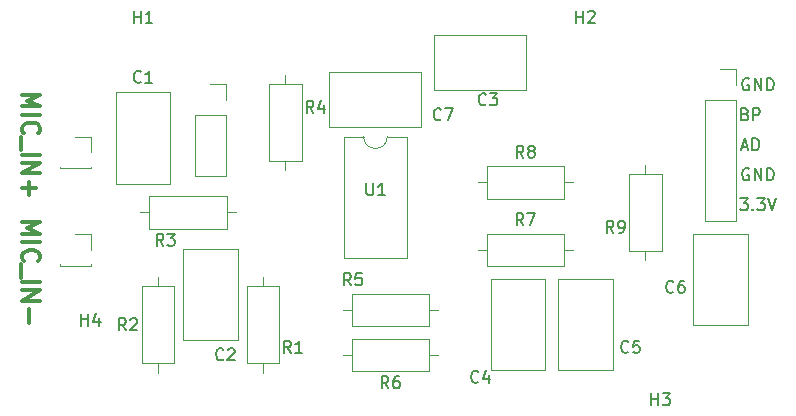
<source format=gbr>
%TF.GenerationSoftware,KiCad,Pcbnew,(5.1.6)-1*%
%TF.CreationDate,2020-11-02T08:51:04-08:00*%
%TF.ProjectId,Input_Signal_Conditioner,496e7075-745f-4536-9967-6e616c5f436f,A*%
%TF.SameCoordinates,Original*%
%TF.FileFunction,Legend,Top*%
%TF.FilePolarity,Positive*%
%FSLAX46Y46*%
G04 Gerber Fmt 4.6, Leading zero omitted, Abs format (unit mm)*
G04 Created by KiCad (PCBNEW (5.1.6)-1) date 2020-11-02 08:51:04*
%MOMM*%
%LPD*%
G01*
G04 APERTURE LIST*
%ADD10C,0.150000*%
%ADD11C,0.300000*%
%ADD12C,0.120000*%
G04 APERTURE END LIST*
D10*
X169441904Y-73191666D02*
X169918095Y-73191666D01*
X169346666Y-73477380D02*
X169680000Y-72477380D01*
X170013333Y-73477380D01*
X170346666Y-73477380D02*
X170346666Y-72477380D01*
X170584761Y-72477380D01*
X170727619Y-72525000D01*
X170822857Y-72620238D01*
X170870476Y-72715476D01*
X170918095Y-72905952D01*
X170918095Y-73048809D01*
X170870476Y-73239285D01*
X170822857Y-73334523D01*
X170727619Y-73429761D01*
X170584761Y-73477380D01*
X170346666Y-73477380D01*
X170053095Y-67445000D02*
X169957857Y-67397380D01*
X169815000Y-67397380D01*
X169672142Y-67445000D01*
X169576904Y-67540238D01*
X169529285Y-67635476D01*
X169481666Y-67825952D01*
X169481666Y-67968809D01*
X169529285Y-68159285D01*
X169576904Y-68254523D01*
X169672142Y-68349761D01*
X169815000Y-68397380D01*
X169910238Y-68397380D01*
X170053095Y-68349761D01*
X170100714Y-68302142D01*
X170100714Y-67968809D01*
X169910238Y-67968809D01*
X170529285Y-68397380D02*
X170529285Y-67397380D01*
X171100714Y-68397380D01*
X171100714Y-67397380D01*
X171576904Y-68397380D02*
X171576904Y-67397380D01*
X171815000Y-67397380D01*
X171957857Y-67445000D01*
X172053095Y-67540238D01*
X172100714Y-67635476D01*
X172148333Y-67825952D01*
X172148333Y-67968809D01*
X172100714Y-68159285D01*
X172053095Y-68254523D01*
X171957857Y-68349761D01*
X171815000Y-68397380D01*
X171576904Y-68397380D01*
X169338809Y-77557380D02*
X169957857Y-77557380D01*
X169624523Y-77938333D01*
X169767380Y-77938333D01*
X169862619Y-77985952D01*
X169910238Y-78033571D01*
X169957857Y-78128809D01*
X169957857Y-78366904D01*
X169910238Y-78462142D01*
X169862619Y-78509761D01*
X169767380Y-78557380D01*
X169481666Y-78557380D01*
X169386428Y-78509761D01*
X169338809Y-78462142D01*
X170386428Y-78462142D02*
X170434047Y-78509761D01*
X170386428Y-78557380D01*
X170338809Y-78509761D01*
X170386428Y-78462142D01*
X170386428Y-78557380D01*
X170767380Y-77557380D02*
X171386428Y-77557380D01*
X171053095Y-77938333D01*
X171195952Y-77938333D01*
X171291190Y-77985952D01*
X171338809Y-78033571D01*
X171386428Y-78128809D01*
X171386428Y-78366904D01*
X171338809Y-78462142D01*
X171291190Y-78509761D01*
X171195952Y-78557380D01*
X170910238Y-78557380D01*
X170815000Y-78509761D01*
X170767380Y-78462142D01*
X171672142Y-77557380D02*
X172005476Y-78557380D01*
X172338809Y-77557380D01*
X169751428Y-70413571D02*
X169894285Y-70461190D01*
X169941904Y-70508809D01*
X169989523Y-70604047D01*
X169989523Y-70746904D01*
X169941904Y-70842142D01*
X169894285Y-70889761D01*
X169799047Y-70937380D01*
X169418095Y-70937380D01*
X169418095Y-69937380D01*
X169751428Y-69937380D01*
X169846666Y-69985000D01*
X169894285Y-70032619D01*
X169941904Y-70127857D01*
X169941904Y-70223095D01*
X169894285Y-70318333D01*
X169846666Y-70365952D01*
X169751428Y-70413571D01*
X169418095Y-70413571D01*
X170418095Y-70937380D02*
X170418095Y-69937380D01*
X170799047Y-69937380D01*
X170894285Y-69985000D01*
X170941904Y-70032619D01*
X170989523Y-70127857D01*
X170989523Y-70270714D01*
X170941904Y-70365952D01*
X170894285Y-70413571D01*
X170799047Y-70461190D01*
X170418095Y-70461190D01*
X170053095Y-75065000D02*
X169957857Y-75017380D01*
X169815000Y-75017380D01*
X169672142Y-75065000D01*
X169576904Y-75160238D01*
X169529285Y-75255476D01*
X169481666Y-75445952D01*
X169481666Y-75588809D01*
X169529285Y-75779285D01*
X169576904Y-75874523D01*
X169672142Y-75969761D01*
X169815000Y-76017380D01*
X169910238Y-76017380D01*
X170053095Y-75969761D01*
X170100714Y-75922142D01*
X170100714Y-75588809D01*
X169910238Y-75588809D01*
X170529285Y-76017380D02*
X170529285Y-75017380D01*
X171100714Y-76017380D01*
X171100714Y-75017380D01*
X171576904Y-76017380D02*
X171576904Y-75017380D01*
X171815000Y-75017380D01*
X171957857Y-75065000D01*
X172053095Y-75160238D01*
X172100714Y-75255476D01*
X172148333Y-75445952D01*
X172148333Y-75588809D01*
X172100714Y-75779285D01*
X172053095Y-75874523D01*
X171957857Y-75969761D01*
X171815000Y-76017380D01*
X171576904Y-76017380D01*
D11*
X108541428Y-79570000D02*
X110041428Y-79570000D01*
X108970000Y-80070000D01*
X110041428Y-80570000D01*
X108541428Y-80570000D01*
X108541428Y-81284285D02*
X110041428Y-81284285D01*
X108684285Y-82855714D02*
X108612857Y-82784285D01*
X108541428Y-82570000D01*
X108541428Y-82427142D01*
X108612857Y-82212857D01*
X108755714Y-82070000D01*
X108898571Y-81998571D01*
X109184285Y-81927142D01*
X109398571Y-81927142D01*
X109684285Y-81998571D01*
X109827142Y-82070000D01*
X109970000Y-82212857D01*
X110041428Y-82427142D01*
X110041428Y-82570000D01*
X109970000Y-82784285D01*
X109898571Y-82855714D01*
X108398571Y-83141428D02*
X108398571Y-84284285D01*
X108541428Y-84641428D02*
X110041428Y-84641428D01*
X108541428Y-85355714D02*
X110041428Y-85355714D01*
X108541428Y-86212857D01*
X110041428Y-86212857D01*
X109112857Y-86927142D02*
X109112857Y-88070000D01*
X108541428Y-68775000D02*
X110041428Y-68775000D01*
X108970000Y-69275000D01*
X110041428Y-69775000D01*
X108541428Y-69775000D01*
X108541428Y-70489285D02*
X110041428Y-70489285D01*
X108684285Y-72060714D02*
X108612857Y-71989285D01*
X108541428Y-71775000D01*
X108541428Y-71632142D01*
X108612857Y-71417857D01*
X108755714Y-71275000D01*
X108898571Y-71203571D01*
X109184285Y-71132142D01*
X109398571Y-71132142D01*
X109684285Y-71203571D01*
X109827142Y-71275000D01*
X109970000Y-71417857D01*
X110041428Y-71632142D01*
X110041428Y-71775000D01*
X109970000Y-71989285D01*
X109898571Y-72060714D01*
X108398571Y-72346428D02*
X108398571Y-73489285D01*
X108541428Y-73846428D02*
X110041428Y-73846428D01*
X108541428Y-74560714D02*
X110041428Y-74560714D01*
X108541428Y-75417857D01*
X110041428Y-75417857D01*
X109112857Y-76132142D02*
X109112857Y-77275000D01*
X108541428Y-76703571D02*
X109684285Y-76703571D01*
D12*
%TO.C,J4*%
X124460000Y-67885000D02*
X125790000Y-67885000D01*
X125790000Y-67885000D02*
X125790000Y-69215000D01*
X125790000Y-70485000D02*
X125790000Y-75625000D01*
X123130000Y-75625000D02*
X125790000Y-75625000D01*
X123130000Y-70485000D02*
X123130000Y-75625000D01*
X123130000Y-70485000D02*
X125790000Y-70485000D01*
%TO.C,J1*%
X111700000Y-74990000D02*
X114360000Y-74990000D01*
X111700000Y-74870000D02*
X111700000Y-74990000D01*
X114360000Y-74870000D02*
X114360000Y-74990000D01*
X114360000Y-72330000D02*
X114360000Y-73660000D01*
X113030000Y-72330000D02*
X114360000Y-72330000D01*
%TO.C,J2*%
X113030000Y-80585000D02*
X114360000Y-80585000D01*
X114360000Y-80585000D02*
X114360000Y-81915000D01*
X114360000Y-83125000D02*
X114360000Y-83245000D01*
X111700000Y-83125000D02*
X111700000Y-83245000D01*
X111700000Y-83245000D02*
X114360000Y-83245000D01*
%TO.C,J3*%
X167640000Y-66615000D02*
X168970000Y-66615000D01*
X168970000Y-66615000D02*
X168970000Y-67945000D01*
X168970000Y-69215000D02*
X168970000Y-79435000D01*
X166310000Y-79435000D02*
X168970000Y-79435000D01*
X166310000Y-69215000D02*
X166310000Y-79435000D01*
X166310000Y-69215000D02*
X168970000Y-69215000D01*
%TO.C,C1*%
X116424000Y-68560000D02*
X121066000Y-68560000D01*
X116424000Y-76300000D02*
X121066000Y-76300000D01*
X121066000Y-76300000D02*
X121066000Y-68560000D01*
X116424000Y-76300000D02*
X116424000Y-68560000D01*
%TO.C,C2*%
X126781000Y-81815000D02*
X126781000Y-89555000D01*
X122139000Y-81815000D02*
X122139000Y-89555000D01*
X126781000Y-81815000D02*
X122139000Y-81815000D01*
X126781000Y-89555000D02*
X122139000Y-89555000D01*
%TO.C,C3*%
X151150000Y-63719000D02*
X151150000Y-68361000D01*
X143410000Y-63719000D02*
X143410000Y-68361000D01*
X143410000Y-68361000D02*
X151150000Y-68361000D01*
X143410000Y-63719000D02*
X151150000Y-63719000D01*
%TO.C,C4*%
X152816000Y-84355000D02*
X152816000Y-92095000D01*
X148174000Y-84355000D02*
X148174000Y-92095000D01*
X152816000Y-84355000D02*
X148174000Y-84355000D01*
X152816000Y-92095000D02*
X148174000Y-92095000D01*
%TO.C,C5*%
X158531000Y-92095000D02*
X153889000Y-92095000D01*
X158531000Y-84355000D02*
X153889000Y-84355000D01*
X153889000Y-84355000D02*
X153889000Y-92095000D01*
X158531000Y-84355000D02*
X158531000Y-92095000D01*
%TO.C,C6*%
X169961000Y-80545000D02*
X169961000Y-88285000D01*
X165319000Y-80545000D02*
X165319000Y-88285000D01*
X169961000Y-80545000D02*
X165319000Y-80545000D01*
X169961000Y-88285000D02*
X165319000Y-88285000D01*
%TO.C,R1*%
X127535000Y-91535000D02*
X130275000Y-91535000D01*
X130275000Y-91535000D02*
X130275000Y-84995000D01*
X130275000Y-84995000D02*
X127535000Y-84995000D01*
X127535000Y-84995000D02*
X127535000Y-91535000D01*
X128905000Y-92305000D02*
X128905000Y-91535000D01*
X128905000Y-84225000D02*
X128905000Y-84995000D01*
%TO.C,R2*%
X120015000Y-92305000D02*
X120015000Y-91535000D01*
X120015000Y-84225000D02*
X120015000Y-84995000D01*
X121385000Y-91535000D02*
X121385000Y-84995000D01*
X118645000Y-91535000D02*
X121385000Y-91535000D01*
X118645000Y-84995000D02*
X118645000Y-91535000D01*
X121385000Y-84995000D02*
X118645000Y-84995000D01*
%TO.C,R3*%
X125825000Y-80110000D02*
X125825000Y-77370000D01*
X125825000Y-77370000D02*
X119285000Y-77370000D01*
X119285000Y-77370000D02*
X119285000Y-80110000D01*
X119285000Y-80110000D02*
X125825000Y-80110000D01*
X126595000Y-78740000D02*
X125825000Y-78740000D01*
X118515000Y-78740000D02*
X119285000Y-78740000D01*
%TO.C,R4*%
X130810000Y-67080000D02*
X130810000Y-67850000D01*
X130810000Y-75160000D02*
X130810000Y-74390000D01*
X129440000Y-67850000D02*
X129440000Y-74390000D01*
X132180000Y-67850000D02*
X129440000Y-67850000D01*
X132180000Y-74390000D02*
X132180000Y-67850000D01*
X129440000Y-74390000D02*
X132180000Y-74390000D01*
%TO.C,R5*%
X142970000Y-88365000D02*
X142970000Y-85625000D01*
X142970000Y-85625000D02*
X136430000Y-85625000D01*
X136430000Y-85625000D02*
X136430000Y-88365000D01*
X136430000Y-88365000D02*
X142970000Y-88365000D01*
X143740000Y-86995000D02*
X142970000Y-86995000D01*
X135660000Y-86995000D02*
X136430000Y-86995000D01*
%TO.C,R6*%
X142970000Y-92175000D02*
X142970000Y-89435000D01*
X142970000Y-89435000D02*
X136430000Y-89435000D01*
X136430000Y-89435000D02*
X136430000Y-92175000D01*
X136430000Y-92175000D02*
X142970000Y-92175000D01*
X143740000Y-90805000D02*
X142970000Y-90805000D01*
X135660000Y-90805000D02*
X136430000Y-90805000D01*
%TO.C,R7*%
X147090000Y-81915000D02*
X147860000Y-81915000D01*
X155170000Y-81915000D02*
X154400000Y-81915000D01*
X147860000Y-83285000D02*
X154400000Y-83285000D01*
X147860000Y-80545000D02*
X147860000Y-83285000D01*
X154400000Y-80545000D02*
X147860000Y-80545000D01*
X154400000Y-83285000D02*
X154400000Y-80545000D01*
%TO.C,R8*%
X147090000Y-76200000D02*
X147860000Y-76200000D01*
X155170000Y-76200000D02*
X154400000Y-76200000D01*
X147860000Y-77570000D02*
X154400000Y-77570000D01*
X147860000Y-74830000D02*
X147860000Y-77570000D01*
X154400000Y-74830000D02*
X147860000Y-74830000D01*
X154400000Y-77570000D02*
X154400000Y-74830000D01*
%TO.C,R9*%
X161290000Y-74700000D02*
X161290000Y-75470000D01*
X161290000Y-82780000D02*
X161290000Y-82010000D01*
X159920000Y-75470000D02*
X159920000Y-82010000D01*
X162660000Y-75470000D02*
X159920000Y-75470000D01*
X162660000Y-82010000D02*
X162660000Y-75470000D01*
X159920000Y-82010000D02*
X162660000Y-82010000D01*
%TO.C,U1*%
X141080000Y-72330000D02*
X139430000Y-72330000D01*
X141080000Y-82610000D02*
X141080000Y-72330000D01*
X135780000Y-82610000D02*
X141080000Y-82610000D01*
X135780000Y-72330000D02*
X135780000Y-82610000D01*
X137430000Y-72330000D02*
X135780000Y-72330000D01*
X139430000Y-72330000D02*
G75*
G02*
X137430000Y-72330000I-1000000J0D01*
G01*
%TO.C,C7*%
X142260000Y-66894000D02*
X142260000Y-71536000D01*
X134520000Y-66894000D02*
X134520000Y-71536000D01*
X134520000Y-71536000D02*
X142260000Y-71536000D01*
X134520000Y-66894000D02*
X142260000Y-66894000D01*
%TO.C,C1*%
D10*
X118578333Y-67667142D02*
X118530714Y-67714761D01*
X118387857Y-67762380D01*
X118292619Y-67762380D01*
X118149761Y-67714761D01*
X118054523Y-67619523D01*
X118006904Y-67524285D01*
X117959285Y-67333809D01*
X117959285Y-67190952D01*
X118006904Y-67000476D01*
X118054523Y-66905238D01*
X118149761Y-66810000D01*
X118292619Y-66762380D01*
X118387857Y-66762380D01*
X118530714Y-66810000D01*
X118578333Y-66857619D01*
X119530714Y-67762380D02*
X118959285Y-67762380D01*
X119245000Y-67762380D02*
X119245000Y-66762380D01*
X119149761Y-66905238D01*
X119054523Y-67000476D01*
X118959285Y-67048095D01*
%TO.C,C2*%
X125563333Y-91162142D02*
X125515714Y-91209761D01*
X125372857Y-91257380D01*
X125277619Y-91257380D01*
X125134761Y-91209761D01*
X125039523Y-91114523D01*
X124991904Y-91019285D01*
X124944285Y-90828809D01*
X124944285Y-90685952D01*
X124991904Y-90495476D01*
X125039523Y-90400238D01*
X125134761Y-90305000D01*
X125277619Y-90257380D01*
X125372857Y-90257380D01*
X125515714Y-90305000D01*
X125563333Y-90352619D01*
X125944285Y-90352619D02*
X125991904Y-90305000D01*
X126087142Y-90257380D01*
X126325238Y-90257380D01*
X126420476Y-90305000D01*
X126468095Y-90352619D01*
X126515714Y-90447857D01*
X126515714Y-90543095D01*
X126468095Y-90685952D01*
X125896666Y-91257380D01*
X126515714Y-91257380D01*
%TO.C,C3*%
X147788333Y-69572142D02*
X147740714Y-69619761D01*
X147597857Y-69667380D01*
X147502619Y-69667380D01*
X147359761Y-69619761D01*
X147264523Y-69524523D01*
X147216904Y-69429285D01*
X147169285Y-69238809D01*
X147169285Y-69095952D01*
X147216904Y-68905476D01*
X147264523Y-68810238D01*
X147359761Y-68715000D01*
X147502619Y-68667380D01*
X147597857Y-68667380D01*
X147740714Y-68715000D01*
X147788333Y-68762619D01*
X148121666Y-68667380D02*
X148740714Y-68667380D01*
X148407380Y-69048333D01*
X148550238Y-69048333D01*
X148645476Y-69095952D01*
X148693095Y-69143571D01*
X148740714Y-69238809D01*
X148740714Y-69476904D01*
X148693095Y-69572142D01*
X148645476Y-69619761D01*
X148550238Y-69667380D01*
X148264523Y-69667380D01*
X148169285Y-69619761D01*
X148121666Y-69572142D01*
%TO.C,C4*%
X147153333Y-93067142D02*
X147105714Y-93114761D01*
X146962857Y-93162380D01*
X146867619Y-93162380D01*
X146724761Y-93114761D01*
X146629523Y-93019523D01*
X146581904Y-92924285D01*
X146534285Y-92733809D01*
X146534285Y-92590952D01*
X146581904Y-92400476D01*
X146629523Y-92305238D01*
X146724761Y-92210000D01*
X146867619Y-92162380D01*
X146962857Y-92162380D01*
X147105714Y-92210000D01*
X147153333Y-92257619D01*
X148010476Y-92495714D02*
X148010476Y-93162380D01*
X147772380Y-92114761D02*
X147534285Y-92829047D01*
X148153333Y-92829047D01*
%TO.C,C5*%
X159853333Y-90527142D02*
X159805714Y-90574761D01*
X159662857Y-90622380D01*
X159567619Y-90622380D01*
X159424761Y-90574761D01*
X159329523Y-90479523D01*
X159281904Y-90384285D01*
X159234285Y-90193809D01*
X159234285Y-90050952D01*
X159281904Y-89860476D01*
X159329523Y-89765238D01*
X159424761Y-89670000D01*
X159567619Y-89622380D01*
X159662857Y-89622380D01*
X159805714Y-89670000D01*
X159853333Y-89717619D01*
X160758095Y-89622380D02*
X160281904Y-89622380D01*
X160234285Y-90098571D01*
X160281904Y-90050952D01*
X160377142Y-90003333D01*
X160615238Y-90003333D01*
X160710476Y-90050952D01*
X160758095Y-90098571D01*
X160805714Y-90193809D01*
X160805714Y-90431904D01*
X160758095Y-90527142D01*
X160710476Y-90574761D01*
X160615238Y-90622380D01*
X160377142Y-90622380D01*
X160281904Y-90574761D01*
X160234285Y-90527142D01*
%TO.C,C6*%
X163663333Y-85447142D02*
X163615714Y-85494761D01*
X163472857Y-85542380D01*
X163377619Y-85542380D01*
X163234761Y-85494761D01*
X163139523Y-85399523D01*
X163091904Y-85304285D01*
X163044285Y-85113809D01*
X163044285Y-84970952D01*
X163091904Y-84780476D01*
X163139523Y-84685238D01*
X163234761Y-84590000D01*
X163377619Y-84542380D01*
X163472857Y-84542380D01*
X163615714Y-84590000D01*
X163663333Y-84637619D01*
X164520476Y-84542380D02*
X164330000Y-84542380D01*
X164234761Y-84590000D01*
X164187142Y-84637619D01*
X164091904Y-84780476D01*
X164044285Y-84970952D01*
X164044285Y-85351904D01*
X164091904Y-85447142D01*
X164139523Y-85494761D01*
X164234761Y-85542380D01*
X164425238Y-85542380D01*
X164520476Y-85494761D01*
X164568095Y-85447142D01*
X164615714Y-85351904D01*
X164615714Y-85113809D01*
X164568095Y-85018571D01*
X164520476Y-84970952D01*
X164425238Y-84923333D01*
X164234761Y-84923333D01*
X164139523Y-84970952D01*
X164091904Y-85018571D01*
X164044285Y-85113809D01*
%TO.C,R1*%
X131278333Y-90622380D02*
X130945000Y-90146190D01*
X130706904Y-90622380D02*
X130706904Y-89622380D01*
X131087857Y-89622380D01*
X131183095Y-89670000D01*
X131230714Y-89717619D01*
X131278333Y-89812857D01*
X131278333Y-89955714D01*
X131230714Y-90050952D01*
X131183095Y-90098571D01*
X131087857Y-90146190D01*
X130706904Y-90146190D01*
X132230714Y-90622380D02*
X131659285Y-90622380D01*
X131945000Y-90622380D02*
X131945000Y-89622380D01*
X131849761Y-89765238D01*
X131754523Y-89860476D01*
X131659285Y-89908095D01*
%TO.C,R2*%
X117308333Y-88717380D02*
X116975000Y-88241190D01*
X116736904Y-88717380D02*
X116736904Y-87717380D01*
X117117857Y-87717380D01*
X117213095Y-87765000D01*
X117260714Y-87812619D01*
X117308333Y-87907857D01*
X117308333Y-88050714D01*
X117260714Y-88145952D01*
X117213095Y-88193571D01*
X117117857Y-88241190D01*
X116736904Y-88241190D01*
X117689285Y-87812619D02*
X117736904Y-87765000D01*
X117832142Y-87717380D01*
X118070238Y-87717380D01*
X118165476Y-87765000D01*
X118213095Y-87812619D01*
X118260714Y-87907857D01*
X118260714Y-88003095D01*
X118213095Y-88145952D01*
X117641666Y-88717380D01*
X118260714Y-88717380D01*
%TO.C,R3*%
X120483333Y-81562380D02*
X120150000Y-81086190D01*
X119911904Y-81562380D02*
X119911904Y-80562380D01*
X120292857Y-80562380D01*
X120388095Y-80610000D01*
X120435714Y-80657619D01*
X120483333Y-80752857D01*
X120483333Y-80895714D01*
X120435714Y-80990952D01*
X120388095Y-81038571D01*
X120292857Y-81086190D01*
X119911904Y-81086190D01*
X120816666Y-80562380D02*
X121435714Y-80562380D01*
X121102380Y-80943333D01*
X121245238Y-80943333D01*
X121340476Y-80990952D01*
X121388095Y-81038571D01*
X121435714Y-81133809D01*
X121435714Y-81371904D01*
X121388095Y-81467142D01*
X121340476Y-81514761D01*
X121245238Y-81562380D01*
X120959523Y-81562380D01*
X120864285Y-81514761D01*
X120816666Y-81467142D01*
%TO.C,R4*%
X133183333Y-70302380D02*
X132850000Y-69826190D01*
X132611904Y-70302380D02*
X132611904Y-69302380D01*
X132992857Y-69302380D01*
X133088095Y-69350000D01*
X133135714Y-69397619D01*
X133183333Y-69492857D01*
X133183333Y-69635714D01*
X133135714Y-69730952D01*
X133088095Y-69778571D01*
X132992857Y-69826190D01*
X132611904Y-69826190D01*
X134040476Y-69635714D02*
X134040476Y-70302380D01*
X133802380Y-69254761D02*
X133564285Y-69969047D01*
X134183333Y-69969047D01*
%TO.C,R5*%
X136358333Y-84907380D02*
X136025000Y-84431190D01*
X135786904Y-84907380D02*
X135786904Y-83907380D01*
X136167857Y-83907380D01*
X136263095Y-83955000D01*
X136310714Y-84002619D01*
X136358333Y-84097857D01*
X136358333Y-84240714D01*
X136310714Y-84335952D01*
X136263095Y-84383571D01*
X136167857Y-84431190D01*
X135786904Y-84431190D01*
X137263095Y-83907380D02*
X136786904Y-83907380D01*
X136739285Y-84383571D01*
X136786904Y-84335952D01*
X136882142Y-84288333D01*
X137120238Y-84288333D01*
X137215476Y-84335952D01*
X137263095Y-84383571D01*
X137310714Y-84478809D01*
X137310714Y-84716904D01*
X137263095Y-84812142D01*
X137215476Y-84859761D01*
X137120238Y-84907380D01*
X136882142Y-84907380D01*
X136786904Y-84859761D01*
X136739285Y-84812142D01*
%TO.C,R6*%
X139533333Y-93627380D02*
X139200000Y-93151190D01*
X138961904Y-93627380D02*
X138961904Y-92627380D01*
X139342857Y-92627380D01*
X139438095Y-92675000D01*
X139485714Y-92722619D01*
X139533333Y-92817857D01*
X139533333Y-92960714D01*
X139485714Y-93055952D01*
X139438095Y-93103571D01*
X139342857Y-93151190D01*
X138961904Y-93151190D01*
X140390476Y-92627380D02*
X140200000Y-92627380D01*
X140104761Y-92675000D01*
X140057142Y-92722619D01*
X139961904Y-92865476D01*
X139914285Y-93055952D01*
X139914285Y-93436904D01*
X139961904Y-93532142D01*
X140009523Y-93579761D01*
X140104761Y-93627380D01*
X140295238Y-93627380D01*
X140390476Y-93579761D01*
X140438095Y-93532142D01*
X140485714Y-93436904D01*
X140485714Y-93198809D01*
X140438095Y-93103571D01*
X140390476Y-93055952D01*
X140295238Y-93008333D01*
X140104761Y-93008333D01*
X140009523Y-93055952D01*
X139961904Y-93103571D01*
X139914285Y-93198809D01*
%TO.C,R7*%
X150963333Y-79827380D02*
X150630000Y-79351190D01*
X150391904Y-79827380D02*
X150391904Y-78827380D01*
X150772857Y-78827380D01*
X150868095Y-78875000D01*
X150915714Y-78922619D01*
X150963333Y-79017857D01*
X150963333Y-79160714D01*
X150915714Y-79255952D01*
X150868095Y-79303571D01*
X150772857Y-79351190D01*
X150391904Y-79351190D01*
X151296666Y-78827380D02*
X151963333Y-78827380D01*
X151534761Y-79827380D01*
%TO.C,R8*%
X150963333Y-74112380D02*
X150630000Y-73636190D01*
X150391904Y-74112380D02*
X150391904Y-73112380D01*
X150772857Y-73112380D01*
X150868095Y-73160000D01*
X150915714Y-73207619D01*
X150963333Y-73302857D01*
X150963333Y-73445714D01*
X150915714Y-73540952D01*
X150868095Y-73588571D01*
X150772857Y-73636190D01*
X150391904Y-73636190D01*
X151534761Y-73540952D02*
X151439523Y-73493333D01*
X151391904Y-73445714D01*
X151344285Y-73350476D01*
X151344285Y-73302857D01*
X151391904Y-73207619D01*
X151439523Y-73160000D01*
X151534761Y-73112380D01*
X151725238Y-73112380D01*
X151820476Y-73160000D01*
X151868095Y-73207619D01*
X151915714Y-73302857D01*
X151915714Y-73350476D01*
X151868095Y-73445714D01*
X151820476Y-73493333D01*
X151725238Y-73540952D01*
X151534761Y-73540952D01*
X151439523Y-73588571D01*
X151391904Y-73636190D01*
X151344285Y-73731428D01*
X151344285Y-73921904D01*
X151391904Y-74017142D01*
X151439523Y-74064761D01*
X151534761Y-74112380D01*
X151725238Y-74112380D01*
X151820476Y-74064761D01*
X151868095Y-74017142D01*
X151915714Y-73921904D01*
X151915714Y-73731428D01*
X151868095Y-73636190D01*
X151820476Y-73588571D01*
X151725238Y-73540952D01*
%TO.C,R9*%
X158583333Y-80462380D02*
X158250000Y-79986190D01*
X158011904Y-80462380D02*
X158011904Y-79462380D01*
X158392857Y-79462380D01*
X158488095Y-79510000D01*
X158535714Y-79557619D01*
X158583333Y-79652857D01*
X158583333Y-79795714D01*
X158535714Y-79890952D01*
X158488095Y-79938571D01*
X158392857Y-79986190D01*
X158011904Y-79986190D01*
X159059523Y-80462380D02*
X159250000Y-80462380D01*
X159345238Y-80414761D01*
X159392857Y-80367142D01*
X159488095Y-80224285D01*
X159535714Y-80033809D01*
X159535714Y-79652857D01*
X159488095Y-79557619D01*
X159440476Y-79510000D01*
X159345238Y-79462380D01*
X159154761Y-79462380D01*
X159059523Y-79510000D01*
X159011904Y-79557619D01*
X158964285Y-79652857D01*
X158964285Y-79890952D01*
X159011904Y-79986190D01*
X159059523Y-80033809D01*
X159154761Y-80081428D01*
X159345238Y-80081428D01*
X159440476Y-80033809D01*
X159488095Y-79986190D01*
X159535714Y-79890952D01*
%TO.C,U1*%
X137668095Y-76287380D02*
X137668095Y-77096904D01*
X137715714Y-77192142D01*
X137763333Y-77239761D01*
X137858571Y-77287380D01*
X138049047Y-77287380D01*
X138144285Y-77239761D01*
X138191904Y-77192142D01*
X138239523Y-77096904D01*
X138239523Y-76287380D01*
X139239523Y-77287380D02*
X138668095Y-77287380D01*
X138953809Y-77287380D02*
X138953809Y-76287380D01*
X138858571Y-76430238D01*
X138763333Y-76525476D01*
X138668095Y-76573095D01*
%TO.C,H1*%
X117983095Y-62682380D02*
X117983095Y-61682380D01*
X117983095Y-62158571D02*
X118554523Y-62158571D01*
X118554523Y-62682380D02*
X118554523Y-61682380D01*
X119554523Y-62682380D02*
X118983095Y-62682380D01*
X119268809Y-62682380D02*
X119268809Y-61682380D01*
X119173571Y-61825238D01*
X119078333Y-61920476D01*
X118983095Y-61968095D01*
%TO.C,H2*%
X155448095Y-62682380D02*
X155448095Y-61682380D01*
X155448095Y-62158571D02*
X156019523Y-62158571D01*
X156019523Y-62682380D02*
X156019523Y-61682380D01*
X156448095Y-61777619D02*
X156495714Y-61730000D01*
X156590952Y-61682380D01*
X156829047Y-61682380D01*
X156924285Y-61730000D01*
X156971904Y-61777619D01*
X157019523Y-61872857D01*
X157019523Y-61968095D01*
X156971904Y-62110952D01*
X156400476Y-62682380D01*
X157019523Y-62682380D01*
%TO.C,H3*%
X161798095Y-95067380D02*
X161798095Y-94067380D01*
X161798095Y-94543571D02*
X162369523Y-94543571D01*
X162369523Y-95067380D02*
X162369523Y-94067380D01*
X162750476Y-94067380D02*
X163369523Y-94067380D01*
X163036190Y-94448333D01*
X163179047Y-94448333D01*
X163274285Y-94495952D01*
X163321904Y-94543571D01*
X163369523Y-94638809D01*
X163369523Y-94876904D01*
X163321904Y-94972142D01*
X163274285Y-95019761D01*
X163179047Y-95067380D01*
X162893333Y-95067380D01*
X162798095Y-95019761D01*
X162750476Y-94972142D01*
%TO.C,H4*%
X113538095Y-88327380D02*
X113538095Y-87327380D01*
X113538095Y-87803571D02*
X114109523Y-87803571D01*
X114109523Y-88327380D02*
X114109523Y-87327380D01*
X115014285Y-87660714D02*
X115014285Y-88327380D01*
X114776190Y-87279761D02*
X114538095Y-87994047D01*
X115157142Y-87994047D01*
%TO.C,C7*%
X143978333Y-70842142D02*
X143930714Y-70889761D01*
X143787857Y-70937380D01*
X143692619Y-70937380D01*
X143549761Y-70889761D01*
X143454523Y-70794523D01*
X143406904Y-70699285D01*
X143359285Y-70508809D01*
X143359285Y-70365952D01*
X143406904Y-70175476D01*
X143454523Y-70080238D01*
X143549761Y-69985000D01*
X143692619Y-69937380D01*
X143787857Y-69937380D01*
X143930714Y-69985000D01*
X143978333Y-70032619D01*
X144311666Y-69937380D02*
X144978333Y-69937380D01*
X144549761Y-70937380D01*
%TD*%
M02*

</source>
